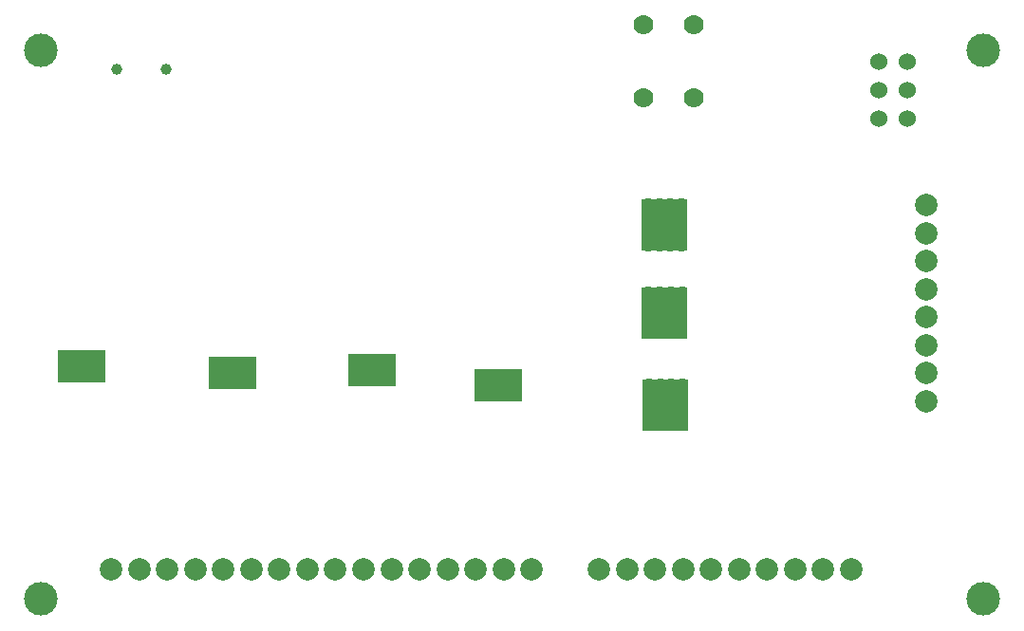
<source format=gbr>
G04 #@! TF.FileFunction,Soldermask,Bot*
%FSLAX46Y46*%
G04 Gerber Fmt 4.6, Leading zero omitted, Abs format (unit mm)*
G04 Created by KiCad (PCBNEW (2015-08-20 BZR 6109)-product) date Wed 02 Sep 2015 09:03:58 PM PDT*
%MOMM*%
G01*
G04 APERTURE LIST*
%ADD10C,0.150000*%
%ADD11C,1.778000*%
%ADD12C,3.000000*%
%ADD13C,2.000000*%
%ADD14C,1.524000*%
%ADD15C,1.000760*%
%ADD16C,0.780000*%
%ADD17R,4.055000X4.560000*%
%ADD18C,0.400000*%
%ADD19R,4.320000X3.000000*%
G04 APERTURE END LIST*
D10*
D11*
X144750000Y-71250000D03*
X149250000Y-71250000D03*
X144750000Y-64750000D03*
X149250000Y-64750000D03*
D12*
X175000000Y-116000000D03*
X91000000Y-116000000D03*
X175000000Y-67000000D03*
X91000000Y-67000000D03*
D13*
X119750000Y-113300000D03*
X117250000Y-113300000D03*
X127250000Y-113300000D03*
X129750000Y-113300000D03*
X134750000Y-113300000D03*
X132250000Y-113300000D03*
X122250000Y-113300000D03*
X124750000Y-113300000D03*
X104750000Y-113300000D03*
X102250000Y-113300000D03*
X112250000Y-113300000D03*
X114750000Y-113300000D03*
X109750000Y-113300000D03*
X107250000Y-113300000D03*
X97250000Y-113300000D03*
X99750000Y-113300000D03*
X163250000Y-113300000D03*
X160750000Y-113300000D03*
X148250000Y-113300000D03*
X145750000Y-113300000D03*
X155750000Y-113300000D03*
X158250000Y-113300000D03*
X153250000Y-113300000D03*
X150750000Y-113300000D03*
X140750000Y-113300000D03*
X143250000Y-113300000D03*
D14*
X165730000Y-68060000D03*
X165730000Y-70600000D03*
X165730000Y-73140000D03*
X168270000Y-73140000D03*
X168270000Y-70600000D03*
X168270000Y-68060000D03*
D13*
X169940000Y-90850000D03*
X169940000Y-93350000D03*
X169940000Y-83350000D03*
X169940000Y-80850000D03*
X169940000Y-85850000D03*
X169940000Y-88350000D03*
X169940000Y-98350000D03*
X169940000Y-95850000D03*
D15*
X97700360Y-68699440D03*
X102099640Y-68699440D03*
D16*
X148220000Y-100680000D03*
X145220000Y-96680000D03*
X146220000Y-96680000D03*
X147220000Y-96680000D03*
X145220000Y-100680000D03*
X146220000Y-98680000D03*
X147220000Y-98680000D03*
X148220000Y-97680000D03*
X148220000Y-96680000D03*
X147220000Y-97680000D03*
X146220000Y-97680000D03*
X145220000Y-97680000D03*
X145220000Y-99680000D03*
X146220000Y-99680000D03*
X147220000Y-99680000D03*
X148220000Y-98680000D03*
X148220000Y-99680000D03*
X147220000Y-100680000D03*
X146220000Y-100680000D03*
X145220000Y-98680000D03*
D17*
X146637500Y-98680000D03*
D16*
X148180000Y-92450000D03*
X145180000Y-88450000D03*
X146180000Y-88450000D03*
X147180000Y-88450000D03*
X145180000Y-92450000D03*
X146180000Y-90450000D03*
X147180000Y-90450000D03*
X148180000Y-89450000D03*
X148180000Y-88450000D03*
X147180000Y-89450000D03*
X146180000Y-89450000D03*
X145180000Y-89450000D03*
X145180000Y-91450000D03*
X146180000Y-91450000D03*
X147180000Y-91450000D03*
X148180000Y-90450000D03*
X148180000Y-91450000D03*
X147180000Y-92450000D03*
X146180000Y-92450000D03*
X145180000Y-90450000D03*
D17*
X146597500Y-90450000D03*
D16*
X148140000Y-84600000D03*
X145140000Y-80600000D03*
X146140000Y-80600000D03*
X147140000Y-80600000D03*
X145140000Y-84600000D03*
X146140000Y-82600000D03*
X147140000Y-82600000D03*
X148140000Y-81600000D03*
X148140000Y-80600000D03*
X147140000Y-81600000D03*
X146140000Y-81600000D03*
X145140000Y-81600000D03*
X145140000Y-83600000D03*
X146140000Y-83600000D03*
X147140000Y-83600000D03*
X148140000Y-82600000D03*
X148140000Y-83600000D03*
X147140000Y-84600000D03*
X146140000Y-84600000D03*
X145140000Y-82600000D03*
D17*
X146557500Y-82600000D03*
D18*
X120100000Y-95600000D03*
X119400000Y-95600000D03*
X118700000Y-95600000D03*
X120800000Y-95600000D03*
X121500000Y-95600000D03*
X122200000Y-95600000D03*
X122200000Y-95000000D03*
X121500000Y-95000000D03*
X120800000Y-95000000D03*
X118700000Y-95000000D03*
X119400000Y-95000000D03*
X120100000Y-95000000D03*
X120100000Y-94400000D03*
X119400000Y-94400000D03*
X118700000Y-94400000D03*
X120800000Y-94400000D03*
X121500000Y-94400000D03*
X122200000Y-94400000D03*
X122200000Y-96200000D03*
X121500000Y-96200000D03*
X120800000Y-96200000D03*
X118700000Y-96200000D03*
X119400000Y-96200000D03*
X120100000Y-96200000D03*
X120100000Y-96800000D03*
X119400000Y-96800000D03*
X118700000Y-96800000D03*
X120800000Y-96800000D03*
X121500000Y-96800000D03*
X122200000Y-96800000D03*
D19*
X120500000Y-95600000D03*
D18*
X94200000Y-95200000D03*
X93500000Y-95200000D03*
X92800000Y-95200000D03*
X94900000Y-95200000D03*
X95600000Y-95200000D03*
X96300000Y-95200000D03*
X96300000Y-94600000D03*
X95600000Y-94600000D03*
X94900000Y-94600000D03*
X92800000Y-94600000D03*
X93500000Y-94600000D03*
X94200000Y-94600000D03*
X94200000Y-94000000D03*
X93500000Y-94000000D03*
X92800000Y-94000000D03*
X94900000Y-94000000D03*
X95600000Y-94000000D03*
X96300000Y-94000000D03*
X96300000Y-95800000D03*
X95600000Y-95800000D03*
X94900000Y-95800000D03*
X92800000Y-95800000D03*
X93500000Y-95800000D03*
X94200000Y-95800000D03*
X94200000Y-96400000D03*
X93500000Y-96400000D03*
X92800000Y-96400000D03*
X94900000Y-96400000D03*
X95600000Y-96400000D03*
X96300000Y-96400000D03*
D19*
X94600000Y-95200000D03*
D18*
X131400000Y-96900000D03*
X130700000Y-96900000D03*
X130000000Y-96900000D03*
X132100000Y-96900000D03*
X132800000Y-96900000D03*
X133500000Y-96900000D03*
X133500000Y-96300000D03*
X132800000Y-96300000D03*
X132100000Y-96300000D03*
X130000000Y-96300000D03*
X130700000Y-96300000D03*
X131400000Y-96300000D03*
X131400000Y-95700000D03*
X130700000Y-95700000D03*
X130000000Y-95700000D03*
X132100000Y-95700000D03*
X132800000Y-95700000D03*
X133500000Y-95700000D03*
X133500000Y-97500000D03*
X132800000Y-97500000D03*
X132100000Y-97500000D03*
X130000000Y-97500000D03*
X130700000Y-97500000D03*
X131400000Y-97500000D03*
X131400000Y-98100000D03*
X130700000Y-98100000D03*
X130000000Y-98100000D03*
X132100000Y-98100000D03*
X132800000Y-98100000D03*
X133500000Y-98100000D03*
D19*
X131800000Y-96900000D03*
D18*
X107700000Y-95800000D03*
X107000000Y-95800000D03*
X106300000Y-95800000D03*
X108400000Y-95800000D03*
X109100000Y-95800000D03*
X109800000Y-95800000D03*
X109800000Y-95200000D03*
X109100000Y-95200000D03*
X108400000Y-95200000D03*
X106300000Y-95200000D03*
X107000000Y-95200000D03*
X107700000Y-95200000D03*
X107700000Y-94600000D03*
X107000000Y-94600000D03*
X106300000Y-94600000D03*
X108400000Y-94600000D03*
X109100000Y-94600000D03*
X109800000Y-94600000D03*
X109800000Y-96400000D03*
X109100000Y-96400000D03*
X108400000Y-96400000D03*
X106300000Y-96400000D03*
X107000000Y-96400000D03*
X107700000Y-96400000D03*
X107700000Y-97000000D03*
X107000000Y-97000000D03*
X106300000Y-97000000D03*
X108400000Y-97000000D03*
X109100000Y-97000000D03*
X109800000Y-97000000D03*
D19*
X108100000Y-95800000D03*
M02*

</source>
